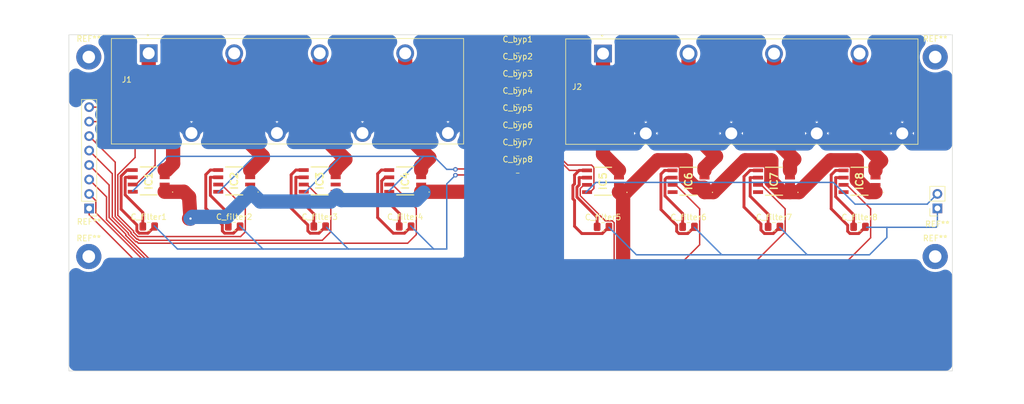
<source format=kicad_pcb>
(kicad_pcb (version 20240108) (generator "pcbnew") (generator_version "8.0")
  (layers (0 "F.Cu" signal) (31 "B.Cu" signal) (34 "B.Paste" user) (35 "F.Paste" user) (36 "B.SilkS" user "B.Silkscreen") (37 "F.SilkS" user "F.Silkscreen") (38 "B.Mask" user) (39 "F.Mask" user) (44 "Edge.Cuts" user))
  (net 0 "")
  (net 1 "Net-(IC1-FILTER)")
  (net 2 "5V")
  (net 3 "VIout1")
  (net 4 "VIout2")
  (net 5 "Net-(IC2-FILTER)")
  (net 6 "Net-(IC3-FILTER)")
  (net 7 "VIout3")
  (net 8 "Net-(IC4-FILTER)")
  (net 9 "VIout4")
  (net 10 "Net-(IC5-FILTER)")
  (net 11 "VIout5")
  (net 12 "VIout6")
  (net 13 "Net-(IC6-FILTER)")
  (net 14 "VIout7")
  (net 15 "Net-(IC7-FILTER)")
  (net 16 "Net-(IC8-FILTER)")
  (net 17 "VIout8")
  (net 18 "+BATT")
  (net 19 "PWR2")
  (net 20 "PWR3")
  (net 21 "PWR4")
  (net 22 "PWR5")
  (net 23 "PWR6")
  (net 24 "PWR7")
  (net 25 "PWR8")
  (net 26 "PWR1")
  (net 27 "GND")
  (net 28 "-BATT")
  (footprint "Imported_Footprints:ACS711ELCTR25ABT" (layer "F.Cu") (at 175.562 115.5605 90)
    (property "Reference" "IC2")
    (property "Value" "ACS713ELCTR-30A-T" (hide yes))
  )
  (footprint "Capacitor_SMD:C_0805_2012Metric_Pad1.18x1.45mm_HandSolder" (layer "F.Cu") (at 225.298 107.442)
    (property "Reference" "C_byp6")
    (property "Value" "0.1 µF")
  )
  (footprint "Capacitor_SMD:C_0805_2012Metric_Pad1.18x1.45mm_HandSolder" (layer "F.Cu") (at 160.562 123.5605)
    (property "Reference" "C_filter1")
    (property "Value" "100 µF")
  )
  (footprint "Imported_Footprints:ACS711ELCTR25ABT" (layer "F.Cu") (at 205.562 115.5605 90)
    (property "Reference" "IC4")
    (property "Value" "ACS713ELCTR-30A-T" (hide yes))
  )
  (footprint "Imported_Footprints:PHOENIX_1719370" (layer "F.Cu") (at 233.72 109.138)
    (property "Reference" "J2")
    (property "Value" "8TERM_VERT_1719370")
  )
  (footprint "Capacitor_SMD:C_0805_2012Metric_Pad1.18x1.45mm_HandSolder" (layer "F.Cu") (at 225.298 113.462)
    (property "Reference" "C_byp8")
    (property "Value" "0.1 µF")
  )
  (footprint "Capacitor_SMD:C_0805_2012Metric_Pad1.18x1.45mm_HandSolder" (layer "F.Cu") (at 285.27 123.618)
    (property "Reference" "C_filter8")
    (property "Value" "100 µF")
  )
  (footprint "Connector_PinHeader_2.54mm:PinHeader_1x08_P2.54mm_Vertical" (layer "F.Cu") (at 150.114 120.396 180)
    (property "Reference" "REF**")
    (property "Value" "PinHeader_1x08_P2.54mm_Vertical")
  )
  (footprint "Capacitor_SMD:C_0805_2012Metric_Pad1.18x1.45mm_HandSolder" (layer "F.Cu") (at 270.27 123.618)
    (property "Reference" "C_filter7")
    (property "Value" "100 µF")
  )
  (footprint "Imported_Footprints:ACS711ELCTR25ABT" (layer "F.Cu") (at 270.27 115.618 90)
    (property "Reference" "IC7")
    (property "Value" "ACS713ELCTR-30A-T" (hide yes))
  )
  (footprint "Capacitor_SMD:C_0805_2012Metric_Pad1.18x1.45mm_HandSolder" (layer "F.Cu") (at 205.562 123.5605)
    (property "Reference" "C_filter4")
    (property "Value" "100 µF")
  )
  (footprint "Capacitor_SMD:C_0805_2012Metric_Pad1.18x1.45mm_HandSolder" (layer "F.Cu") (at 225.298 98.412)
    (property "Reference" "C_byp3")
    (property "Value" "0.1 µF")
  )
  (footprint "Imported_Footprints:PHOENIX_1719370" (layer "F.Cu") (at 154.012 109.0805)
    (property "Reference" "J1")
    (property "Value" "8TERM_VERT_1719370")
  )
  (footprint "Capacitor_SMD:C_0805_2012Metric_Pad1.18x1.45mm_HandSolder" (layer "F.Cu") (at 190.562 123.5605)
    (property "Reference" "C_filter3")
    (property "Value" "100 µF")
  )
  (footprint "Imported_Footprints:ACS711ELCTR25ABT" (layer "F.Cu") (at 190.562 115.5605 90)
    (property "Reference" "IC3")
    (property "Value" "ACS713ELCTR-30A-T" (hide yes))
  )
  (footprint "Imported_Footprints:ACS711ELCTR25ABT" (layer "F.Cu") (at 285.27 115.618 90)
    (property "Reference" "IC8")
    (property "Value" "ACS713ELCTR-30A-T" (hide yes))
  )
  (footprint "Imported_Footprints:ACS711ELCTR25ABT" (layer "F.Cu") (at 240.27 115.618 90)
    (property "Reference" "IC5")
    (property "Value" "ACS713ELCTR-30A-T" (hide yes))
  )
  (footprint "" (layer "F.Cu") (at 150.05 128.825)
    (property "Reference" "")
    (property "Value" "")
  )
  (footprint "Capacitor_SMD:C_0805_2012Metric_Pad1.18x1.45mm_HandSolder" (layer "F.Cu") (at 175.562 123.5605)
    (property "Reference" "C_filter2")
    (property "Value" "100 µF")
  )
  (footprint "Capacitor_SMD:C_0805_2012Metric_Pad1.18x1.45mm_HandSolder" (layer "F.Cu") (at 225.298 110.452)
    (property "Reference" "C_byp7")
    (property "Value" "0.1 µF")
  )
  (footprint "MountingHole:MountingHole_2.2mm_M2_Pad_TopBottom" (layer "F.Cu") (at 298.55 128.825)
    (property "Reference" "REF**")
    (property "Value" "MountingHole_2.2mm_M2_Pad_TopBottom")
  )
  (footprint "Capacitor_SMD:C_0805_2012Metric_Pad1.18x1.45mm_HandSolder" (layer "F.Cu") (at 225.298 101.422)
    (property "Reference" "C_byp4")
    (property "Value" "0.1 µF")
  )
  (footprint "Capacitor_SMD:C_0805_2012Metric_Pad1.18x1.45mm_HandSolder" (layer "F.Cu") (at 255.27 123.618)
    (property "Reference" "C_filter6")
    (property "Value" "100 µF")
  )
  (footprint "Capacitor_SMD:C_0805_2012Metric_Pad1.18x1.45mm_HandSolder" (layer "F.Cu") (at 240.27 123.618)
    (property "Reference" "C_filter5")
    (property "Value" "100 µF")
  )
  (footprint "Connector_PinSocket_2.54mm:PinSocket_1x02_P2.54mm_Vertical" (layer "F.Cu") (at 298.933 120.376 180)
    (property "Reference" "REF**")
    (property "Value" "PinSocket_1x02_P2.54mm_Vertical")
  )
  (footprint "MountingHole:MountingHole_2.2mm_M2_Pad_TopBottom" (layer "F.Cu") (at 150.05 128.825)
    (property "Reference" "REF**")
    (property "Value" "MountingHole_2.2mm_M2_Pad_TopBottom")
  )
  (footprint "Capacitor_SMD:C_0805_2012Metric_Pad1.18x1.45mm_HandSolder" (layer "F.Cu") (at 225.298 92.392)
    (property "Reference" "C_byp1")
    (property "Value" "0.1 µF")
  )
  (footprint "Capacitor_SMD:C_0805_2012Metric_Pad1.18x1.45mm_HandSolder" (layer "F.Cu") (at 225.298 95.402)
    (property "Reference" "C_byp2")
    (property "Value" "0.1 µF")
  )
  (footprint "" (layer "F.Cu") (at 298.55 128.825)
    (property "Reference" "")
    (property "Value" "")
  )
  (footprint "MountingHole:MountingHole_2.2mm_M2_Pad_TopBottom" (layer "F.Cu") (at 298.55 93.825)
    (property "Reference" "REF**")
    (property "Value" "MountingHole_2.2mm_M2_Pad_TopBottom")
  )
  (footprint "Imported_Footprints:ACS711ELCTR25ABT" (layer "F.Cu") (at 255.27 115.618 90)
    (property "Reference" "IC6")
    (property "Value" "ACS713ELCTR-30A-T" (hide yes))
  )
  (footprint "MountingHole:MountingHole_2.2mm_M2_Pad_TopBottom" (layer "F.Cu") (at 150.05 93.825)
    (property "Reference" "REF**")
    (property "Value" "MountingHole_2.2mm_M2_Pad_TopBottom")
  )
  (footprint "Capacitor_SMD:C_0805_2012Metric_Pad1.18x1.45mm_HandSolder" (layer "F.Cu") (at 225.298 104.432)
    (property "Reference" "C_byp5")
    (property "Value" "0.1 µF")
  )
  (footprint "Imported_Footprints:ACS711ELCTR25ABT" (layer "F.Cu") (at 160.562 115.5605 90)
    (property "Reference" "IC1")
    (property "Value" "ACS713ELCTR-30A-T" (hide yes))
  )
  (footprint "" (layer "F.Cu") (at 150.05 128.825)
    (property "Reference" "")
    (property "Value" "")
  )
  (gr_rect (start 146.558 89.916) (end 301.558 148.9) (stroke (width 0.1)) (fill none) (layer "Edge.Cuts"))
  (segment (start 156.51699 114.9255) (end 156.433 115.00949) (width 0.508) (layer "F.Cu") (net 1))
  (segment (start 159.5245 121.0995) (end 159.5245 123.5605) (width 0.508) (layer "F.Cu") (net 1))
  (segment (start 156.433 115.00949) (end 156.433 118.008) (width 0.508) (layer "F.Cu") (net 1))
  (segment (start 157.762 114.9255) (end 156.51699 114.9255) (width 0.508) (layer "F.Cu") (net 1))
  (segment (start 156.433 118.008) (end 159.5245 121.0995) (width 0.508) (layer "F.Cu") (net 1))
  (segment (start 224.2605 98.412) (end 224.2605 101.422) (width 0.25) (layer "F.Cu") (net 2))
  (segment (start 225.3105 91.342) (end 224.2605 92.392) (width 0.25) (layer "F.Cu") (net 2))
  (segment (start 238.67 116.873) (end 238.67 113.194) (width 0.25) (layer "F.Cu") (net 2))
  (segment (start 238.67 113.194) (end 238.252 112.776) (width 0.25) (layer "F.Cu") (net 2))
  (segment (start 232.918 111.631604) (end 232.918 94.996) (width 0.25) (layer "F.Cu") (net 2))
  (segment (start 224.2605 104.432) (end 224.2605 107.442) (width 0.25) (layer "F.Cu") (net 2))
  (segment (start 238.02 117.523) (end 238.67 116.873) (width 0.25) (layer "F.Cu") (net 2))
  (segment (start 214.452 113.462) (end 214.376 113.538) (width 0.25) (layer "F.Cu") (net 2))
  (segment (start 232.918 94.996) (end 229.264 91.342) (width 0.25) (layer "F.Cu") (net 2))
  (segment (start 234.062396 112.776) (end 232.918 111.631604) (width 0.25) (layer "F.Cu") (net 2))
  (segment (start 224.2605 92.392) (end 224.2605 95.402) (width 0.25) (layer "F.Cu") (net 2))
  (segment (start 224.2605 95.402) (end 224.2605 98.412) (width 0.25) (layer "F.Cu") (net 2))
  (segment (start 224.2605 101.422) (end 224.2605 104.432) (width 0.25) (layer "F.Cu") (net 2))
  (segment (start 229.264 91.342) (end 225.3105 91.342) (width 0.25) (layer "F.Cu") (net 2))
  (segment (start 237.47 117.523) (end 238.02 117.523) (width 0.25) (layer "F.Cu") (net 2))
  (segment (start 224.2605 113.462) (end 214.452 113.462) (width 0.25) (layer "F.Cu") (net 2))
  (segment (start 238.252 112.776) (end 234.062396 112.776) (width 0.25) (layer "F.Cu") (net 2))
  (segment (start 224.2605 110.452) (end 224.2605 113.462) (width 0.25) (layer "F.Cu") (net 2))
  (segment (start 224.2605 107.442) (end 224.2605 110.452) (width 0.25) (layer "F.Cu") (net 2))
  (via (at 214.376 113.538) (size 0.8) (drill 0.4) (layers "F.Cu" "B.Cu") (net 2))
  (segment (start 297.18 119.634) (end 284.48 119.634) (width 0.25) (layer "B.Cu") (net 2))
  (segment (start 280.67 115.824) (end 239.014 115.824) (width 0.25) (layer "B.Cu") (net 2))
  (segment (start 214.376 113.538) (end 212.852 113.538) (width 0.25) (layer "B.Cu") (net 2))
  (segment (start 163.83 111.252) (end 157.734 117.348) (width 0.25) (layer "B.Cu") (net 2))
  (segment (start 297.18 119.589) (end 297.18 119.634) (width 0.25) (layer "B.Cu") (net 2))
  (segment (start 208.788 111.252) (end 202.692 117.348) (width 0.25) (layer "B.Cu") (net 2))
  (segment (start 212.852 113.538) (end 210.566 111.252) (width 0.25) (layer "B.Cu") (net 2))
  (segment (start 179.07 111.252) (end 163.83 111.252) (width 0.25) (layer "B.Cu") (net 2))
  (segment (start 194.31 111.252) (end 187.96 117.602) (width 0.25) (layer "B.Cu") (net 2))
  (segment (start 194.31 111.252) (end 179.07 111.252) (width 0.25) (layer "B.Cu") (net 2))
  (segment (start 179.07 111.252) (end 172.72 117.602) (width 0.25) (layer "B.Cu") (net 2))
  (segment (start 210.566 111.252) (end 208.788 111.252) (width 0.25) (layer "B.Cu") (net 2))
  (segment (start 208.788 111.252) (end 194.31 111.252) (width 0.25) (layer "B.Cu") (net 2))
  (segment (start 298.933 117.836) (end 297.18 119.589) (width 0.25) (layer "B.Cu") (net 2))
  (segment (start 284.48 119.634) (end 280.67 115.824) (width 0.25) (layer "B.Cu") (net 2))
  (segment (start 239.014 115.824) (end 237.236 117.602) (width 0.25) (layer "B.Cu") (net 2))
  (segment (start 157.762 116.1955) (end 158.312 116.1955) (width 0.25) (layer "F.Cu") (net 3))
  (segment (start 161.682 108.975604) (end 155.322396 102.616) (width 0.25) (layer "F.Cu") (net 3))
  (segment (start 158.312 116.1955) (end 161.682 112.8255) (width 0.25) (layer "F.Cu") (net 3))
  (segment (start 161.682 112.8255) (end 161.682 108.975604) (width 0.25) (layer "F.Cu") (net 3))
  (segment (start 155.322396 102.616) (end 150.114 102.616) (width 0.25) (layer "F.Cu") (net 3))
  (segment (start 176.6875 125.3185) (end 158.648636 125.3185) (width 0.25) (layer "F.Cu") (net 4))
  (segment (start 158.174396 106.738) (end 156.592396 105.156) (width 0.25) (layer "F.Cu") (net 4))
  (segment (start 157.904 124.367624) (end 155.146 121.609624) (width 0.25) (layer "F.Cu") (net 4))
  (segment (start 156.592396 105.156) (end 150.114 105.156) (width 0.25) (layer "F.Cu") (net 4))
  (segment (start 158.648636 125.3185) (end 157.904 124.573864) (width 0.25) (layer "F.Cu") (net 4))
  (segment (start 173.312 116.1955) (end 177.512 120.3955) (width 0.25) (layer "F.Cu") (net 4))
  (segment (start 157.904 124.573864) (end 157.904 124.367624) (width 0.25) (layer "F.Cu") (net 4))
  (segment (start 177.512 124.494) (end 176.6875 125.3185) (width 0.25) (layer "F.Cu") (net 4))
  (segment (start 155.146 114.476396) (end 158.174396 111.448) (width 0.25) (layer "F.Cu") (net 4))
  (segment (start 158.174396 111.448) (end 158.174396 106.738) (width 0.25) (layer "F.Cu") (net 4))
  (segment (start 177.512 120.3955) (end 177.512 124.494) (width 0.25) (layer "F.Cu") (net 4))
  (segment (start 155.146 121.609624) (end 155.146 114.476396) (width 0.25) (layer "F.Cu") (net 4))
  (segment (start 172.762 116.1955) (end 173.312 116.1955) (width 0.25) (layer "F.Cu") (net 4))
  (segment (start 174.5245 121.2495) (end 174.5245 123.5605) (width 0.508) (layer "F.Cu") (net 5))
  (segment (start 172.762 114.9255) (end 171.379 114.9255) (width 0.508) (layer "F.Cu") (net 5))
  (segment (start 171.379 118.104) (end 174.5245 121.2495) (width 0.508) (layer "F.Cu") (net 5))
  (segment (start 171.379 114.9255) (end 171.379 118.104) (width 0.508) (layer "F.Cu") (net 5))
  (segment (start 187.762 114.9255) (end 186.379 114.9255) (width 0.508) (layer "F.Cu") (net 6))
  (segment (start 186.379 118.1905) (end 189.5245 121.336) (width 0.508) (layer "F.Cu") (net 6))
  (segment (start 189.5245 121.336) (end 189.5245 123.5605) (width 0.508) (layer "F.Cu") (net 6))
  (segment (start 186.379 114.9255) (end 186.379 118.1905) (width 0.508) (layer "F.Cu") (net 6))
  (segment (start 157.454 124.76026) (end 157.454 124.55402) (width 0.25) (layer "F.Cu") (net 7))
  (segment (start 158.88398 125.984) (end 158.66848 125.7685) (width 0.25) (layer "F.Cu") (net 7))
  (segment (start 191.008 125.984) (end 158.88398 125.984) (width 0.25) (layer "F.Cu") (net 7))
  (segment (start 154.686 112.268) (end 150.114 107.696) (width 0.25) (layer "F.Cu") (net 7))
  (segment (start 154.686 121.78602) (end 154.686 112.268) (width 0.25) (layer "F.Cu") (net 7))
  (segment (start 192.512 120.3955) (end 192.512 124.48) (width 0.25) (layer "F.Cu") (net 7))
  (segment (start 188.312 116.1955) (end 192.512 120.3955) (width 0.25) (layer "F.Cu") (net 7))
  (segment (start 157.454 124.55402) (end 154.686 121.78602) (width 0.25) (layer "F.Cu") (net 7))
  (segment (start 158.46224 125.7685) (end 157.454 124.76026) (width 0.25) (layer "F.Cu") (net 7))
  (segment (start 187.762 116.1955) (end 188.312 116.1955) (width 0.25) (layer "F.Cu") (net 7))
  (segment (start 192.512 124.48) (end 191.008 125.984) (width 0.25) (layer "F.Cu") (net 7))
  (segment (start 158.66848 125.7685) (end 158.46224 125.7685) (width 0.25) (layer "F.Cu") (net 7))
  (segment (start 202.0495 114.9255) (end 201.433 115.542) (width 0.508) (layer "F.Cu") (net 8))
  (segment (start 201.433 118.158) (end 204.5245 121.2495) (width 0.508) (layer "F.Cu") (net 8))
  (segment (start 201.433 115.542) (end 201.433 118.158) (width 0.508) (layer "F.Cu") (net 8))
  (segment (start 204.5245 121.2495) (end 204.5245 123.5605) (width 0.508) (layer "F.Cu") (net 8))
  (segment (start 202.762 114.9255) (end 202.0495 114.9255) (width 0.508) (layer "F.Cu") (net 8))
  (segment (start 157.004 124.740416) (end 154.178 121.914416) (width 0.25) (layer "F.Cu") (net 9))
  (segment (start 157.004 124.946656) (end 157.004 124.740416) (width 0.25) (layer "F.Cu") (net 9))
  (segment (start 158.275844 126.2185) (end 157.004 124.946656) (width 0.25) (layer "F.Cu") (net 9))
  (segment (start 154.178 114.3) (end 150.114 110.236) (width 0.25) (layer "F.Cu") (net 9))
  (segment (start 207.512 120.3955) (end 207.512 124.974) (width 0.25) (layer "F.Cu") (net 9))
  (segment (start 158.482084 126.2185) (end 158.275844 126.2185) (width 0.25) (layer "F.Cu") (net 9))
  (segment (start 154.178 121.914416) (end 154.178 114.3) (width 0.25) (layer "F.Cu") (net 9))
  (segment (start 207.512 124.974) (end 205.994 126.492) (width 0.25) (layer "F.Cu") (net 9))
  (segment (start 158.755584 126.492) (end 158.482084 126.2185) (width 0.25) (layer "F.Cu") (net 9))
  (segment (start 205.994 126.492) (end 158.755584 126.492) (width 0.25) (layer "F.Cu") (net 9))
  (segment (start 203.312 116.1955) (end 207.512 120.3955) (width 0.25) (layer "F.Cu") (net 9))
  (segment (start 202.762 116.1955) (end 203.312 116.1955) (width 0.25) (layer "F.Cu") (net 9))
  (segment (start 236.087 116.26717) (end 235.691 116.66317) (width 0.508) (layer "F.Cu") (net 10))
  (segment (start 235.691 118.39983) (end 239.2325 121.94133) (width 0.508) (layer "F.Cu") (net 10))
  (segment (start 235.691 116.66317) (end 235.691 118.39983) (width 0.508) (layer "F.Cu") (net 10))
  (segment (start 239.2325 121.94133) (end 239.2325 123.618) (width 0.508) (layer "F.Cu") (net 10))
  (segment (start 237.47 114.983) (end 236.087 114.983) (width 0.508) (layer "F.Cu") (net 10))
  (segment (start 236.087 114.983) (end 236.087 116.26717) (width 0.508) (layer "F.Cu") (net 10))
  (segment (start 236.92 116.253) (end 236.27 116.903) (width 0.25) (layer "F.Cu") (net 11))
  (segment (start 153.612 116.274) (end 150.114 112.776) (width 0.25) (layer "F.Cu") (net 11))
  (segment (start 167.361948 135.941) (end 156.554 125.133052) (width 0.25) (layer "F.Cu") (net 11))
  (segment (start 233.027614 135.941) (end 167.361948 135.941) (width 0.25) (layer "F.Cu") (net 11))
  (segment (start 242.22 122.8979) (end 242.22 135.673386) (width 0.25) (layer "F.Cu") (net 11))
  (segment (start 236.27 118.16) (end 240.678 122.568) (width 0.25) (layer "F.Cu") (net 11))
  (segment (start 156.554 124.926812) (end 153.612 121.984812) (width 0.25) (layer "F.Cu") (net 11))
  (segment (start 242.22 135.673386) (end 241.190386 136.703) (width 0.25) (layer "F.Cu") (net 11))
  (segment (start 240.678 122.568) (end 241.8901 122.568) (width 0.25) (layer "F.Cu") (net 11))
  (segment (start 241.190386 136.703) (end 233.789614 136.703) (width 0.25) (layer "F.Cu") (net 11))
  (segment (start 236.27 116.903) (end 236.27 118.16) (width 0.25) (layer "F.Cu") (net 11))
  (segment (start 237.47 116.253) (end 236.92 116.253) (width 0.25) (layer "F.Cu") (net 11))
  (segment (start 153.612 121.984812) (end 153.612 116.274) (width 0.25) (layer "F.Cu") (net 11))
  (segment (start 241.8901 122.568) (end 242.22 122.8979) (width 0.25) (layer "F.Cu") (net 11))
  (segment (start 156.554 125.133052) (end 156.554 124.926812) (width 0.25) (layer "F.Cu") (net 11))
  (segment (start 233.789614 136.703) (end 233.027614 135.941) (width 0.25) (layer "F.Cu") (net 11))
  (segment (start 167.937552 137.153) (end 153.162 122.377448) (width 0.25) (layer "F.Cu") (net 12))
  (segment (start 153.162 122.377448) (end 153.162 118.364) (width 0.25) (layer "F.Cu") (net 12))
  (segment (start 257.22 126.759) (end 246.826 137.153) (width 0.25) (layer "F.Cu") (net 12))
  (segment (start 257.22 120.453) (end 257.22 126.759) (width 0.25) (layer "F.Cu") (net 12))
  (segment (start 253.02 116.253) (end 257.22 120.453) (width 0.25) (layer "F.Cu") (net 12))
  (segment (start 153.162 118.364) (end 150.114 115.316) (width 0.25) (layer "F.Cu") (net 12))
  (segment (start 246.826 137.153) (end 167.937552 137.153) (width 0.25) (layer "F.Cu") (net 12))
  (segment (start 252.47 116.253) (end 253.02 116.253) (width 0.25) (layer "F.Cu") (net 12))
  (segment (start 251.141 115.284) (end 251.442 114.983) (width 0.508) (layer "F.Cu") (net 13))
  (segment (start 254.2325 123.618) (end 254.2325 121.2805) (width 0.508) (layer "F.Cu") (net 13))
  (segment (start 254.2325 121.2805) (end 251.141 118.189) (width 0.508) (layer "F.Cu") (net 13))
  (segment (start 251.141 118.189) (end 251.141 115.284) (width 0.508) (layer "F.Cu") (net 13))
  (segment (start 251.442 114.983) (end 252.47 114.983) (width 0.508) (layer "F.Cu") (net 13))
  (segment (start 272.22 120.453) (end 272.22 124.528) (width 0.25) (layer "F.Cu") (net 14))
  (segment (start 151.289 119.031) (end 150.114 117.856) (width 0.25) (layer "F.Cu") (net 14))
  (segment (start 151.289 121.140844) (end 151.289 119.031) (width 0.25) (layer "F.Cu") (net 14))
  (segment (start 267.47 116.253) (end 268.02 116.253) (width 0.25) (layer "F.Cu") (net 14))
  (segment (start 268.02 116.253) (end 272.22 120.453) (width 0.25) (layer "F.Cu") (net 14))
  (segment (start 259.145 137.603) (end 167.751156 137.603) (width 0.25) (layer "F.Cu") (net 14))
  (segment (start 272.22 124.528) (end 259.145 137.603) (width 0.25) (layer "F.Cu") (net 14))
  (segment (start 167.751156 137.603) (end 151.289 121.140844) (width 0.25) (layer "F.Cu") (net 14))
  (segment (start 269.2325 121.3935) (end 269.2325 123.618) (width 0.508) (layer "F.Cu") (net 15))
  (segment (start 266.087 118.248) (end 269.2325 121.3935) (width 0.508) (layer "F.Cu") (net 15))
  (segment (start 266.087 114.983) (end 266.087 118.248) (width 0.508) (layer "F.Cu") (net 15))
  (segment (start 267.47 114.983) (end 266.087 114.983) (width 0.508) (layer "F.Cu") (net 15))
  (segment (start 281.087 114.983) (end 281.087 118.337) (width 0.508) (layer "F.Cu") (net 16))
  (segment (start 281.087 118.337) (end 284.2325 121.4825) (width 0.508) (layer "F.Cu") (net 16))
  (segment (start 282.47 114.983) (end 281.087 114.983) (width 0.508) (layer "F.Cu") (net 16))
  (segment (start 284.2325 121.4825) (end 284.2325 123.618) (width 0.508) (layer "F.Cu") (net 16))
  (segment (start 283.02 116.253) (end 287.22 120.453) (width 0.25) (layer "F.Cu") (net 17))
  (segment (start 166.671 138.053) (end 150.114 121.496) (width 0.25) (layer "F.Cu") (net 17))
  (segment (start 150.114 121.496) (end 150.114 120.396) (width 0.25) (layer "F.Cu") (net 17))
  (segment (start 287.22 120.453) (end 287.22 125.53) (width 0.25) (layer "F.Cu") (net 17))
  (segment (start 287.22 125.53) (end 274.697 138.053) (width 0.25) (layer "F.Cu") (net 17))
  (segment (start 274.697 138.053) (end 166.671 138.053) (width 0.25) (layer "F.Cu") (net 17))
  (segment (start 282.47 116.253) (end 283.02 116.253) (width 0.25) (layer "F.Cu") (net 17))
  (segment (start 163.362 117.4655) (end 166.737 117.4655) (width 2.5) (layer "F.Cu") (net 18))
  (segment (start 273.07 117.523) (end 271.701 117.523) (width 2.5) (layer "F.Cu") (net 18))
  (segment (start 274.653 117.523) (end 273.07 117.523) (width 2.5) (layer "F.Cu") (net 18))
  (segment (start 288.07 117.523) (end 286.941 117.523) (width 2.5) (layer "F.Cu") (net 18))
  (segment (start 284.795 115.377) (end 284.795 111.938) (width 2.5) (layer "F.Cu") (net 18))
  (segment (start 243.795 118.248) (end 243.795 134.829) (width 2.5) (layer "F.Cu") (net 18))
  (segment (start 259.63 117.523) (end 258.07 117.523) (width 2.5) (layer "F.Cu") (net 18))
  (segment (start 256.458 116.758) (end 254.795 115.095) (width 2.5) (layer "F.Cu") (net 18))
  (segment (start 265.215 111.938) (end 259.63 117.523) (width 2.5) (layer "F.Cu") (net 18))
  (segment (start 257.982 116.758) (end 256.458 116.758) (width 2.5) (layer "F.Cu") (net 18))
  (segment (start 269.795 115.617) (end 269.795 111.938) (width 2.5) (layer "F.Cu") (net 18))
  (segment (start 216.7795 117.4655) (end 223.266 123.952) (width 2.5) (layer "F.Cu") (net 18))
  (segment (start 243.07 117.523) (end 243.795 118.248) (width 2.5) (layer "F.Cu") (net 18))
  (segment (start 208.362 117.4655) (end 216.7795 117.4655) (width 2.5) (layer "F.Cu") (net 18))
  (segment (start 234.442 135.128) (end 240.538 135.128) (width 2.5) (layer "F.Cu") (net 18))
  (segment (start 254.795 115.095) (end 254.795 111.938) (width 2.5) (layer "F.Cu") (net 18))
  (segment (start 286.941 117.523) (end 284.795 115.377) (width 2.5) (layer "F.Cu") (net 18))
  (segment (start 244.269 117.523) (end 243.07 117.523) (width 2.5) (layer "F.Cu") (net 18))
  (segment (start 271.701 117.523) (end 269.795 115.617) (width 2.5) (layer "F.Cu") (net 18))
  (segment (start 258.07 116.846) (end 257.982 116.758) (width 2.5) (layer "F.Cu") (net 18))
  (segment (start 258.07 117.523) (end 258.07 116.846) (width 2.5) (layer "F.Cu") (net 18))
  (segment (start 223.266 123.952) (end 234.442 135.128) (width 2.5) (layer "F.Cu") (net 18))
  (segment (start 284.795 111.938) (end 280.238 111.938) (width 2.5) (layer "F.Cu") (net 18))
  (segment (start 269.795 111.938) (end 265.215 111.938) (width 2.5) (layer "F.Cu") (net 18))
  (segment (start 167.894 122.174) (end 167.64 122.174) (width 2.5) (layer "F.Cu") (net 18))
  (segment (start 166.737 117.4655) (end 167.64 118.3685) (width 2.5) (layer "F.Cu") (net 18))
  (segment (start 254.795 111.938) (end 249.854 111.938) (width 2.5) (layer "F.Cu") (net 18))
  (segment (start 249.854 111.938) (end 244.269 117.523) (width 2.5) (layer "F.Cu") (net 18))
  (segment (start 167.64 118.3685) (end 167.894 122.174) (width 2.5) (layer "F.Cu") (net 18))
  (segment (start 280.238 111.938) (end 274.653 117.523) (width 2.5) (layer "F.Cu") (net 18))
  (via (at 167.894 122.174) (size 0.8) (drill 0.4) (layers "F.Cu" "B.Cu") (net 18))
  (segment (start 207.467 118.923) (end 208.788 117.602) (width 2.5) (layer "B.Cu") (net 18))
  (segment (start 194.361 118.923) (end 207.467 118.923) (width 2.5) (layer "B.Cu") (net 18))
  (segment (start 178.562 117.602) (end 180.137 119.177) (width 2.5) (layer "B.Cu") (net 18))
  (segment (start 168.199 121.869) (end 174.295 121.869) (width 2.5) (layer "B.Cu") (net 18))
  (segment (start 174.295 121.869) (end 178.562 117.602) (width 2.5) (layer "B.Cu") (net 18))
  (segment (start 167.894 122.174) (end 168.199 121.869) (width 2.5) (layer "B.Cu") (net 18))
  (segment (start 180.137 119.177) (end 192.481 119.177) (width 2.5) (layer "B.Cu") (net 18))
  (segment (start 193.548 118.11) (end 194.361 118.923) (width 2.5) (layer "B.Cu") (net 18))
  (segment (start 192.481 119.177) (end 193.548 118.11) (width 2.5) (layer "B.Cu") (net 18))
  (segment (start 175.562 106.22) (end 180.594 111.252) (width 2.5) (layer "F.Cu") (net 19))
  (segment (start 180.594 111.4235) (end 178.362 113.6555) (width 2.5) (layer "F.Cu") (net 19))
  (segment (start 180.594 111.252) (end 180.594 111.4235) (width 2.5) (layer "F.Cu") (net 19))
  (segment (start 175.562 93.1605) (end 175.562 106.22) (width 2.5) (layer "F.Cu") (net 19))
  (segment (start 193.362 113.47) (end 193.362 113.6555) (width 2.5) (layer "F.Cu") (net 20))
  (segment (start 190.562 107.25) (end 195.072 111.76) (width 2.5) (layer "F.Cu") (net 20))
  (segment (start 190.562 93.1605) (end 190.562 107.25) (width 2.5) (layer "F.Cu") (net 20))
  (segment (start 193.362 113.6555) (end 193.362 114.9255) (width 0.508) (layer "F.Cu") (net 20))
  (segment (start 195.072 111.76) (end 193.362 113.47) (width 2.5) (layer "F.Cu") (net 20))
  (segment (start 208.362 112.948) (end 208.362 113.6555) (width 2.5) (layer "F.Cu") (net 21))
  (segment (start 208.362 113.6555) (end 208.362 114.9255) (width 0.508) (layer "F.Cu") (net 21))
  (segment (start 205.562 107.264) (end 209.804 111.506) (width 2.5) (layer "F.Cu") (net 21))
  (segment (start 209.804 111.506) (end 208.362 112.948) (width 2.5) (layer "F.Cu") (net 21))
  (segment (start 205.562 93.1605) (end 205.562 107.264) (width 2.5) (layer "F.Cu") (net 21))
  (segment (start 240.27 110.913) (end 243.07 113.713) (width 2.5) (layer "F.Cu") (net 22))
  (segment (start 243.07 113.713) (end 243.07 114.983) (width 0.508) (layer "F.Cu") (net 22))
  (segment (start 240.27 93.218) (end 240.27 110.913) (width 2.5) (layer "F.Cu") (net 22))
  (segment (start 258.07 113.278) (end 258.07 113.713) (width 2.5) (layer "F.Cu") (net 23))
  (segment (start 260.096 111.252) (end 258.07 113.278) (width 2.5) (layer "F.Cu") (net 23))
  (segment (start 255.27 106.426) (end 260.096 111.252) (width 2.5) (layer "F.Cu") (net 23))
  (segment (start 258.07 114.983) (end 258.07 113.713) (width 0.508) (layer "F.Cu") (net 23))
  (segment (start 255.27 93.218) (end 255.27 106.426) (width 2.5) (layer "F.Cu") (net 23))
  (segment (start 270.27 108.218) (end 273.812 111.76) (width 2.5) (layer "F.Cu") (net 24))
  (segment (start 273.812 111.76) (end 273.07 112.502) (width 2.5) (layer "F.Cu") (net 24))
  (segment (start 270.27 93.218) (end 270.27 108.218) (width 2.5) (layer "F.Cu") (net 24))
  (segment (start 273.07 112.502) (end 273.07 113.713) (width 2.5) (layer "F.Cu") (net 24))
  (segment (start 273.07 114.983) (end 273.07 113.713) (width 0.508) (layer "F.Cu") (net 24))
  (segment (start 288.07 112.996) (end 288.07 113.713) (width 2.5) (layer "F.Cu") (net 25))
  (segment (start 289.052 112.014) (end 288.07 112.996) (width 2.5) (layer "F.Cu") (net 25))
  (segment (start 285.27 108.232) (end 289.052 112.014) (width 2.5) (layer "F.Cu") (net 25))
  (segment (start 285.27 93.218) (end 285.27 108.232) (width 2.5) (layer "F.Cu") (net 25))
  (segment (start 288.07 113.713) (end 288.07 114.983) (width 0.508) (layer "F.Cu") (net 25))
  (segment (start 163.7125 113.6555) (end 163.362 113.6555) (width 2.5) (layer "F.Cu") (net 26))
  (segment (start 160.562 93.1605) (end 160.562 105.120218) (width 2.5) (layer "F.Cu") (net 26))
  (segment (start 164.846 112.522) (end 163.7125 113.6555) (width 2.5) (layer "F.Cu") (net 26))
  (segment (start 160.562 105.120218) (end 164.846 109.404218) (width 2.5) (layer "F.Cu") (net 26))
  (segment (start 164.846 109.404218) (end 164.846 112.522) (width 2.5) (layer "F.Cu") (net 26))
  (segment (start 185.55 114.4845) (end 185.55 120.3485) (width 0.508) (layer "F.Cu") (net 27))
  (segment (start 234.363 113.713) (end 232.41 111.76) (width 0.25) (layer "F.Cu") (net 27))
  (segment (start 158.888466 124.7395) (end 160.4205 124.7395) (width 0.508) (layer "F.Cu") (net 27))
  (segment (start 281.087 113.713) (end 280.3 114.5) (width 0.508) (layer "F.Cu") (net 27))
  (segment (start 202.762 113.6555) (end 201.379 113.6555) (width 0.508) (layer "F.Cu") (net 27))
  (segment (start 173.483 123.2815) (end 173.483 124.334034) (width 0.508) (layer "F.Cu") (net 27))
  (segment (start 267.97 124.170534) (end 268.596466 124.797) (width 0.508) (layer "F.Cu") (net 27))
  (segment (start 280.3 120.448) (end 283.191 123.339) (width 0.508) (layer "F.Cu") (net 27))
  (segment (start 229.108 91.948) (end 227.584 91.948) (width 0.25) (layer "F.Cu") (net 27))
  (segment (start 255.1285 124.797) (end 256.3075 123.618) (width 0.508) (layer "F.Cu") (net 27))
  (segment (start 170.575 120.3735) (end 173.483 123.2815) (width 0.508) (layer "F.Cu") (net 27))
  (segment (start 283.596466 124.797) (end 285.1285 124.797) (width 0.508) (layer "F.Cu") (net 27))
  (segment (start 235.275 118.985094) (end 235.275 123.515) (width 0.508) (layer "F.Cu") (net 27))
  (segment (start 234.983 118.693094) (end 235.275 118.985094) (width 0.508) (layer "F.Cu") (net 27))
  (segment (start 226.3355 113.462) (end 225.2855 114.512) (width 0.25) (layer "F.Cu") (net 27))
  (segment (start 214.418 114.512) (end 214.376 114.554) (width 0.25) (layer "F.Cu") (net 27))
  (segment (start 253.596466 124.797) (end 255.1285 124.797) (width 0.508) (layer "F.Cu") (net 27))
  (segment (start 266.087 113.713) (end 265 114.8) (width 0.508) (layer "F.Cu") (net 27))
  (segment (start 252.47 113.713) (end 251.087 113.713) (width 0.508) (layer "F.Cu") (net 27))
  (segment (start 236.557 124.797) (end 240.1285 124.797) (width 0.508) (layer "F.Cu") (net 27))
  (segment (start 285.1285 124.797) (end 286.3075 123.618) (width 0.508) (layer "F.Cu") (net 27))
  (segment (start 282.47 113.713) (end 281.087 113.713) (width 0.508) (layer "F.Cu") (net 27))
  (segment (start 265 114.8) (end 265 120.148) (width 0.508) (layer "F.Cu") (net 27))
  (segment (start 237.47 113.713) (end 234.363 113.713) (width 0.25) (layer "F.Cu") (net 27))
  (segment (start 253.191 123.339) (end 253.191 124.391534) (width 0.508) (layer "F.Cu") (net 27))
  (segment (start 188.483 123.2815) (end 188.483 124.334034) (width 0.508) (layer "F.Cu") (net 27))
  (segment (start 280.3 114.5) (end 280.3 120.448) (width 0.508) (layer "F.Cu") (net 27))
  (segment (start 250.433 120.581) (end 253.191 123.339) (width 0.508) (layer "F.Cu") (net 27))
  (segment (start 237.47 113.713) (end 236.087 113.713) (width 0.508) (layer "F.Cu") (net 27))
  (segment (start 232.41 111.76) (end 232.41 95.25) (width 0.25) (layer "F.Cu") (net 27))
  (segment (start 170.575 114.4595) (end 170.575 120.3735) (width 0.508) (layer "F.Cu") (net 27))
  (segment (start 265 120.148) (end 267.97 123.118) (width 0.508) (layer "F.Cu") (net 27))
  (segment (start 155.725 120.5235) (end 158.483 123.2815) (width 0.508) (layer "F.Cu") (net 27))
  (segment (start 236.087 113.713) (end 235.275 114.525) (width 0.508) (layer "F.Cu") (net 27))
  (segment (start 232.41 95.25) (end 229.108 91.948) (width 0.25) (layer "F.Cu") (net 27))
  (segment (start 157.762 113.6555) (end 156.785726 113.6555) (width 0.508) (layer "F.Cu") (net 27))
  (segment (start 187.762 113.6555) (end 186.379 113.6555) (width 0.508) (layer "F.Cu") (net 27))
  (segment (start 235.275 116.077907) (end 234.983 116.369906) (width 0.508) (layer "F.Cu") (net 27))
  (segment (start 185.55 120.3485) (end 188.483 123.2815) (width 0.508) (layer "F.Cu") (net 27))
  (segment (start 173.888466 124.7395) (end 175.4205 124.7395) (width 0.508) (layer "F.Cu") (net 27))
  (segment (start 226.3355 93.1965) (end 226.3355 113.462) (width 0.25) (layer "F.Cu") (net 27))
  (segment (start 268.596466 124.797) (end 270.1285 124.797) (width 0.508) (layer "F.Cu") (net 27))
  (segment (start 188.888466 124.7395) (end 190.4205 124.7395) (width 0.508) (layer "F.Cu") (net 27))
  (segment (start 156.785726 113.6555) (end 155.725 114.716226) (width 0.508) (layer "F.Cu") (net 27))
  (segment (start 227.584 91.948) (end 226.3355 93.1965) (width 0.25) (layer "F.Cu") (net 27))
  (segment (start 201.379 113.6555) (end 200.725 114.3095) (width 0.508) (layer "F.Cu") (net 27))
  (segment (start 205.4205 124.7395) (end 206.5995 123.5605) (width 0.508) (layer "F.Cu") (net 27))
  (segment (start 240.1285 124.797) (end 241.3075 123.618) (width 0.508) (layer "F.Cu") (net 27))
  (segment (start 250.433 114.367) (end 250.433 120.581) (width 0.508) (layer "F.Cu") (net 27))
  (segment (start 283.191 124.391534) (end 283.596466 124.797) (width 0.508) (layer "F.Cu") (net 27))
  (segment (start 234.983 116.369906) (end 234.983 118.693094) (width 0.508) (layer "F.Cu") (net 27))
  (segment (start 225.2855 114.512) (end 214.418 114.512) (width 0.25) (layer "F.Cu") (net 27))
  (segment (start 188.483 124.334034) (end 188.888466 124.7395) (width 0.508) (layer "F.Cu") (net 27))
  (segment (start 235.275 123.515) (end 236.557 124.797) (width 0.508) (layer "F.Cu") (net 27))
  (segment (start 172.762 113.6555) (end 171.379 113.6555) (width 0.508) (layer "F.Cu") (net 27))
  (segment (start 200.725 114.3095) (end 200.725 121.985) (width 0.508) (layer "F.Cu") (net 27))
  (segment (start 158.483 124.334034) (end 158.888466 124.7395) (width 0.508) (layer "F.Cu") (net 27))
  (segment (start 186.379 113.6555) (end 185.55 114.4845) (width 0.508) (layer "F.Cu") (net 27))
  (segment (start 190.4205 124.7395) (end 191.5995 123.5605) (width 0.508) (layer "F.Cu") (net 27))
  (segment (start 235.275 114.525) (end 235.275 116.077907) (width 0.508) (layer "F.Cu") (net 27))
  (segment (start 173.483 124.334034) (end 173.888466 124.7395) (width 0.508) (layer "F.Cu") (net 27))
  (segment (start 251.087 113.713) (end 250.433 114.367) (width 0.508) (layer "F.Cu") (net 27))
  (segment (start 267.97 123.118) (end 267.97 124.170534) (width 0.508) (layer "F.Cu") (net 27))
  (segment (start 253.191 124.391534) (end 253.596466 124.797) (width 0.508) (layer "F.Cu") (net 27))
  (segment (start 283.191 123.339) (end 283.191 124.391534) (width 0.508) (layer "F.Cu") (net 27))
  (segment (start 175.4205 124.7395) (end 176.5995 123.5605) (width 0.508) (layer "F.Cu") (net 27))
  (segment (start 270.1285 124.797) (end 271.3075 123.618) (width 0.508) (layer "F.Cu") (net 27))
  (segment (start 203.4795 124.7395) (end 205.4205 124.7395) (width 0.508) (layer "F.Cu") (net 27))
  (segment (start 155.725 114.716226) (end 155.725 120.5235) (width 0.508) (layer "F.Cu") (net 27))
  (segment (start 160.4205 124.7395) (end 161.5995 123.5605) (width 0.508) (layer "F.Cu") (net 27))
  (segment (start 171.379 113.6555) (end 170.575 114.4595) (width 0.508) (layer "F.Cu") (net 27))
  (segment (start 158.483 123.2815) (end 158.483 124.334034) (width 0.508) (layer "F.Cu") (net 27))
  (segment (start 267.47 113.713) (end 266.087 113.713) (width 0.508) (layer "F.Cu") (net 27))
  (segment (start 200.725 121.985) (end 203.4795 124.7395) (width 0.508) (layer "F.Cu") (net 27))
  (via (at 214.376 114.554) (size 0.8) (drill 0.4) (layers "F.Cu" "B.Cu") (net 27))
  (segment (start 290.068 123.698) (end 290.068 125.476) (width 0.25) (layer "B.Cu") (net 27))
  (segment (start 210.566 127.508) (end 195.58 127.508) (width 0.25) (layer "B.Cu") (net 27))
  (segment (start 298.704 123.698) (end 290.068 123.698) (width 0.25) (layer "B.Cu") (net 27))
  (segment (start 210.566 127.508) (end 206.502 123.444) (width 0.25) (layer "B.Cu") (net 27))
  (segment (start 276.098 128.524) (end 271.272 123.698) (width 0.25) (layer "B.Cu") (net 27))
  (segment (start 287.02 128.524) (end 276.098 128.524) (width 0.25) (layer "B.Cu") (net 27))
  (segment (start 212.852 116.078) (end 212.852 127.508) (width 0.25) (layer "B.Cu") (net 27))
  (segment (start 246.126 128.524) (end 241.3 123.698) (width 0.25) (layer "B.Cu") (net 27))
  (segment (start 214.376 114.554) (end 212.852 116.078) (width 0.25) (layer "B.Cu") (net 27))
  (segment (start 261.112 128.524) (end 246.126 128.524) (width 0.25) (layer "B.Cu") (net 27))
  (segment (start 298.933 120.376) (end 298.933 123.469) (width 0.25) (layer "B.Cu") (net 27))
  (segment (start 195.58 127.508) (end 180.594 127.508) (width 0.25) (layer "B.Cu") (net 27))
  (segment (start 212.852 127.508) (end 210.566 127.508) (width 0.25) (layer "B.Cu") (net 27))
  (segment (start 298.933 123.469) (end 298.704 123.698) (width 0.25) (layer "B.Cu") (net 27))
  (segment (start 180.594 127.508) (end 176.53 123.444) (width 0.25) (layer "B.Cu") (net 27))
  (segment (start 261.112 128.524) (end 256.286 123.698) (width 0.25) (layer "B.Cu") (net 27))
  (segment (start 180.594 127.508) (end 165.608 127.508) (width 0.25) (layer "B.Cu") (net 27))
  (segment (start 165.608 127.508) (end 161.544 123.444) (width 0.25) (layer "B.Cu") (net 27))
  (segment (start 290.068 125.476) (end 287.02 128.524) (width 0.25) (layer "B.Cu") (net 27))
  (segment (start 290.068 123.698) (end 286.512 123.698) (width 0.25) (layer "B.Cu") (net 27))
  (segment (start 276.098 128.524) (end 261.112 128.524) (width 0.25) (layer "B.Cu") (net 27))
  (segment (start 195.58 127.508) (end 191.77 123.698) (width 0.25) (layer "B.Cu") (net 27))
  (segment (start 247.7125 107.1605) (end 247.77 107.218) (width 0.508) (layer "B.Cu") (net 28))
  (zone (net 28) (net_name "-BATT") (layer "B.Cu") (connect_pads (clearance 0.508)) (min_thickness 2.5) (fill yes (thermal_gap 0.5) (thermal_bridge_width 2.5))
    (polygon (pts (xy 308.102 83.82) (xy 308.102 152.146) (xy 305.562 154.686) (xy 142.494 154.686) (xy 136.144 148.336) (xy 136.144 85.598) (xy 137.922 83.82)))
  )
  (zone (net 0) (net_name "") (layer "B.Cu") (connect_pads (clearance 0)) (min_thickness 2.5)
    (keepout (tracks allowed) (vias allowed) (pads allowed) (copperpour not_allowed) (footprints allowed))
    (fill (thermal_gap 0.5) (thermal_bridge_width 2.5))
    (polygon (pts (xy 233.426 129.286) (xy 233.426 110.49) (xy 233.68 110.236) (xy 306.07 110.236) (xy 306.324 110.49) (xy 306.324 127.508) (xy 304.546 129.286)))
  )
  (zone (net 0) (net_name "") (layer "B.Cu") (connect_pads (clearance 0)) (min_thickness 2.5)
    (keepout (tracks allowed) (vias allowed) (pads allowed) (copperpour not_allowed) (footprints allowed))
    (fill (thermal_gap 0.5) (thermal_bridge_width 2.5))
    (polygon (pts (xy 215.9 109.982) (xy 215.9 128.778) (xy 215.646 129.032) (xy 143.256 129.032) (xy 143.002 128.778) (xy 143.002 111.76) (xy 144.78 109.982)))
  )
)
</source>
